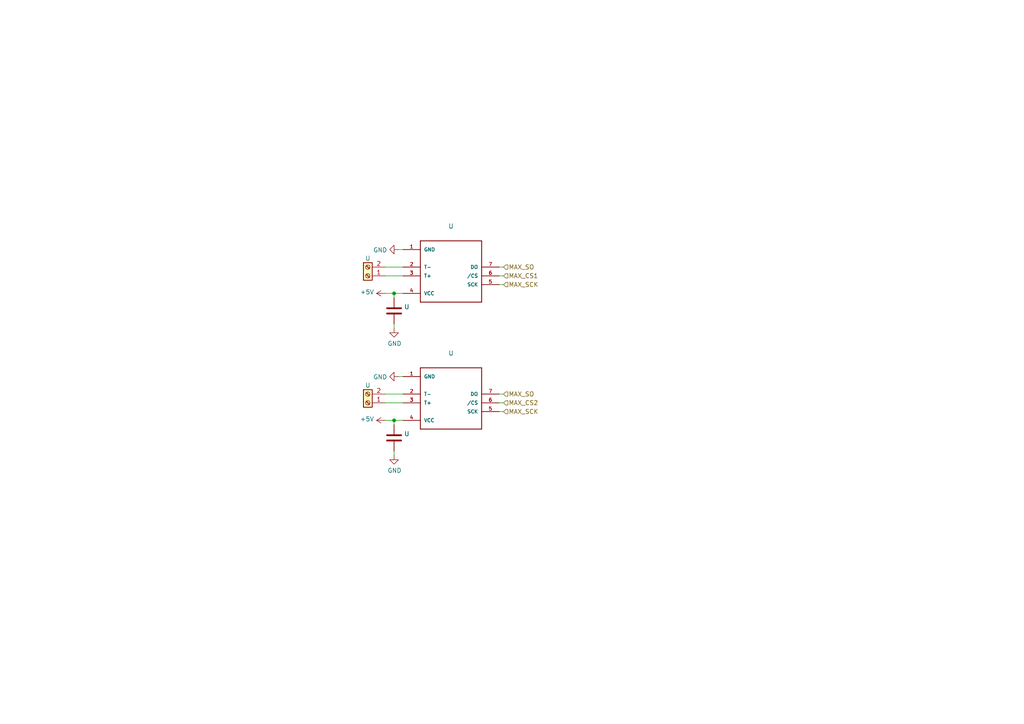
<source format=kicad_sch>
(kicad_sch (version 20220622) (generator eeschema)
  (paper "A4")
  (lib_symbols
    (symbol "Connector:Screw_Terminal_01x02" (pin_names (offset 1.016) hide)
      (property "Reference" "J" (at 0 2.54 0))
      (property "Value" "Screw_Terminal_01x02" (at 0 -5.08 0))
      (symbol "Screw_Terminal_01x02_1_1"
        (rectangle (start -1.27 1.27) (end 1.27 -3.81) (stroke (width 0.254)) (fill (type background)))
        (circle (center 0 -2.54) (radius 0.635) (stroke (width 0.1524)))
        (polyline (pts (xy -0.5334 -2.2098) (xy 0.3302 -3.048)) (stroke (width 0.1524)))
        (polyline (pts (xy -0.5334 0.3302) (xy 0.3302 -0.508)) (stroke (width 0.1524)))
        (polyline (pts (xy -0.3556 -2.032) (xy 0.508 -2.8702)) (stroke (width 0.1524)))
        (polyline (pts (xy -0.3556 0.508) (xy 0.508 -0.3302)) (stroke (width 0.1524)))
        (circle (center 0 0) (radius 0.635) (stroke (width 0.1524)))
        (pin passive line (at -5.08 0 0) (length 3.81) (name "Pin_1") (number "1"))
        (pin passive line (at -5.08 -2.54 0) (length 3.81) (name "Pin_2") (number "2"))
      )
    )
    (symbol "Device:C" (pin_numbers hide) (pin_names (offset 0.254))
      (property "Reference" "C" (at 0.635 2.54 0))
      (property "Value" "C" (at 0.635 -2.54 0))
      (symbol "C_0_1"
        (polyline (pts (xy -2.032 -0.762) (xy 2.032 -0.762)) (stroke (width 0.508)))
        (polyline (pts (xy -2.032 0.762) (xy 2.032 0.762)) (stroke (width 0.508)))
      )
      (symbol "C_1_1"
        (pin passive line (at 0 3.81 270) (length 2.794) (name "~") (number "1"))
        (pin passive line (at 0 -3.81 90) (length 2.794) (name "~") (number "2"))
      )
    )
    (symbol "MAX6675:MAX6675" (pin_names (offset 1.016))
      (property "Reference" "IC" (at 10.16 7.62 0))
      (property "Value" "MAX6675" (at -7.62 -15.24 0))
      (symbol "MAX6675_0_0"
        (polyline (pts (xy -7.62 -12.7) (xy -7.62 5.08)) (stroke (width 0.254)))
        (polyline (pts (xy -7.62 5.08) (xy 10.16 5.08)) (stroke (width 0.254)))
        (polyline (pts (xy 10.16 -12.7) (xy -7.62 -12.7)) (stroke (width 0.254)))
        (polyline (pts (xy 10.16 5.08) (xy 10.16 -12.7)) (stroke (width 0.254)))
        (pin power_in line (at -12.7 2.54 0) (length 5.08) (name "GND") (number "1"))
        (pin input line (at -12.7 -2.54 0) (length 5.08) (name "T-") (number "2"))
        (pin input line (at -12.7 -5.08 0) (length 5.08) (name "T+") (number "3"))
        (pin power_in line (at -12.7 -10.16 0) (length 5.08) (name "VCC") (number "4"))
        (pin input line (at 15.24 -7.62 180) (length 5.08) (name "SCK") (number "5"))
        (pin input line (at 15.24 -5.08 180) (length 5.08) (name "/CS") (number "6"))
        (pin output line (at 15.24 -2.54 180) (length 5.08) (name "DO") (number "7"))
      )
    )
    (symbol "power:+5V" (power) (pin_names (offset 0))
      (property "Value" "+5V" (at 0 3.556 0))
      (symbol "+5V_0_1"
        (polyline (pts (xy -0.762 1.27) (xy 0 2.54)))
        (polyline (pts (xy 0 0) (xy 0 2.54)))
        (polyline (pts (xy 0 2.54) (xy 0.762 1.27)))
      )
      (symbol "+5V_1_1"
        (pin power_in line (at 0 0 90) (length 0) hide (name "+5V") (number "1"))
      )
    )
    (symbol "power:GND" (power) (pin_names (offset 0))
      (property "Value" "GND" (at 0 -3.81 0))
      (symbol "GND_0_1"
        (polyline (pts (xy 0 0) (xy 0 -1.27) (xy 1.27 -1.27) (xy 0 -2.54) (xy -1.27 -1.27) (xy 0 -1.27)))
      )
      (symbol "GND_1_1"
        (pin power_in line (at 0 0 270) (length 0) hide (name "GND") (number "1"))
      )
    )
  )
  (junction (at 114.3 85.09))
  (junction (at 114.3 121.92))
  (wire (pts (xy 111.76 121.92) (xy 114.3 121.92)))
  (wire (pts (xy 116.84 77.47) (xy 111.76 77.47)))
  (wire (pts (xy 111.76 116.84) (xy 116.84 116.84)))
  (wire (pts (xy 144.78 116.84) (xy 146.05 116.84)))
  (wire (pts (xy 114.3 93.98) (xy 114.3 95.25)))
  (wire (pts (xy 115.57 109.22) (xy 116.84 109.22)))
  (wire (pts (xy 144.78 77.47) (xy 146.05 77.47)))
  (wire (pts (xy 114.3 123.19) (xy 114.3 121.92)))
  (wire (pts (xy 114.3 121.92) (xy 116.84 121.92)))
  (wire (pts (xy 144.78 80.01) (xy 146.05 80.01)))
  (wire (pts (xy 114.3 85.09) (xy 116.84 85.09)))
  (wire (pts (xy 111.76 85.09) (xy 114.3 85.09)))
  (wire (pts (xy 115.57 72.39) (xy 116.84 72.39)))
  (wire (pts (xy 114.3 130.81) (xy 114.3 132.08)))
  (wire (pts (xy 144.78 114.3) (xy 146.05 114.3)))
  (wire (pts (xy 144.78 82.55) (xy 146.05 82.55)))
  (wire (pts (xy 144.78 119.38) (xy 146.05 119.38)))
  (wire (pts (xy 116.84 114.3) (xy 111.76 114.3)))
  (wire (pts (xy 111.76 80.01) (xy 116.84 80.01)))
  (wire (pts (xy 114.3 86.36) (xy 114.3 85.09)))
  (hierarchical_label "MAX_CS2" (shape input) (at 146.05 116.84 0))
  (hierarchical_label "MAX_SO" (shape input) (at 146.05 114.3 0))
  (hierarchical_label "MAX_SO" (shape input) (at 146.05 77.47 0))
  (hierarchical_label "MAX_SCK" (shape input) (at 146.05 119.38 0))
  (hierarchical_label "MAX_CS1" (shape input) (at 146.05 80.01 0))
  (hierarchical_label "MAX_SCK" (shape input) (at 146.05 82.55 0))
  (symbol (lib_id "MAX6675:MAX6675") (at 129.54 74.93 0) (unit 1)
    (default_instance (reference "U") (unit 1) (value "") (footprint ""))
    (property "Reference" "U" (at 130.81 65.6082 0))
  )
  (symbol (lib_id "power:GND") (at 115.57 72.39 270) (unit 1)
    (default_instance (reference "U") (unit 1) (value "") (footprint ""))
    (property "Reference" "U" (effects hide))
  )
  (symbol (lib_id "power:+5V") (at 111.76 85.09 90) (unit 1)
    (default_instance (reference "U") (unit 1) (value "") (footprint ""))
    (property "Reference" "U" (effects hide))
  )
  (symbol (lib_id "Device:C") (at 114.3 90.17 0) (unit 1)
    (default_instance (reference "U") (unit 1) (value "") (footprint ""))
    (property "Reference" "U" (at 117.221 89.0016 0) (effects (justify left)))
  )
  (symbol (lib_id "power:GND") (at 114.3 95.25 0) (unit 1)
    (default_instance (reference "U") (unit 1) (value "") (footprint ""))
    (property "Reference" "U" (effects hide))
  )
  (symbol (lib_id "Connector:Screw_Terminal_01x02") (at 106.68 80.01 180) (unit 1)
    (default_instance (reference "U") (unit 1) (value "") (footprint ""))
    (property "Reference" "U" (at 106.68 74.93 0))
  )
  (symbol (lib_id "MAX6675:MAX6675") (at 129.54 111.76 0) (unit 1)
    (default_instance (reference "U") (unit 1) (value "") (footprint ""))
    (property "Reference" "U" (at 130.81 102.4382 0))
  )
  (symbol (lib_id "power:GND") (at 115.57 109.22 270) (unit 1)
    (default_instance (reference "U") (unit 1) (value "") (footprint ""))
    (property "Reference" "U" (effects hide))
  )
  (symbol (lib_id "power:+5V") (at 111.76 121.92 90) (unit 1)
    (default_instance (reference "U") (unit 1) (value "") (footprint ""))
    (property "Reference" "U" (effects hide))
  )
  (symbol (lib_id "Device:C") (at 114.3 127 0) (unit 1)
    (default_instance (reference "U") (unit 1) (value "") (footprint ""))
    (property "Reference" "U" (at 117.221 125.8316 0) (effects (justify left)))
  )
  (symbol (lib_id "power:GND") (at 114.3 132.08 0) (unit 1)
    (default_instance (reference "U") (unit 1) (value "") (footprint ""))
    (property "Reference" "U" (effects hide))
  )
  (symbol (lib_id "Connector:Screw_Terminal_01x02") (at 106.68 116.84 180) (unit 1)
    (default_instance (reference "U") (unit 1) (value "") (footprint ""))
    (property "Reference" "U" (at 106.68 111.76 0))
  )
)
</source>
